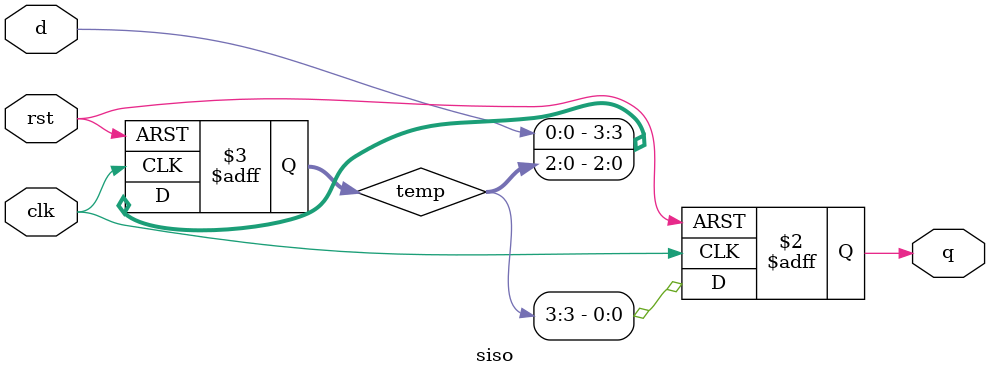
<source format=v>
`timescale 1ns / 1ps


// File: siso_right.v
module siso (
  input clk,
  input rst,
  input d,
  output reg q
);
  reg [3:0] temp;

  always @(posedge clk or posedge rst) begin
    if (rst) begin
      temp <= 4'b0000;
      q <= 1'b0;
    end else begin
      temp <= {d,temp[2:0]};  // Shift left, bring in new 'd'
      q <= temp[3];           // Output MSB
    end
  end
endmodule

</source>
